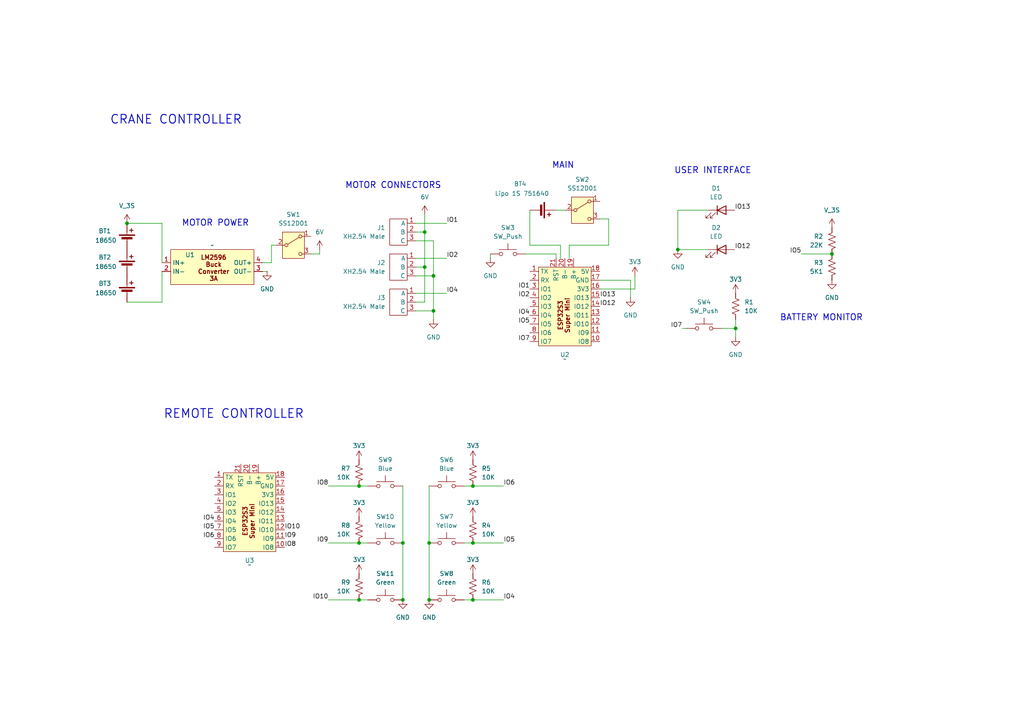
<source format=kicad_sch>
(kicad_sch (version 20250114) (generator "eeschema") (generator_version "9.0")
  (paper "A4")
  (title_block (title "CRANE CONTROLLER") (date "2025-11-07") (rev "v01") (company "Group 4") (comment 1 "Author: Hao Nhien"))
  (lib_symbols
    (symbol "Device:Battery_Cell" (pin_numbers (hide yes)) (pin_names (offset 0) (hide yes))
      (property "Reference" "BT" (at 2.54 2.54 0))
      (property "Value" "Battery_Cell" (at 2.54 0 0))
      (symbol "Battery_Cell_0_1"
        (rectangle (start -2.286 1.778) (end 2.286 1.524) (fill (type outline)))
        (rectangle (start -1.524 1.016) (end 1.524 0.508) (fill (type outline)))
        (polyline (pts (xy 0 1.778) (xy 0 2.54)))
        (polyline (pts (xy 0 0.762) (xy 0 0)))
        (polyline (pts (xy 0.762 3.048) (xy 1.778 3.048)) (stroke (width 0.254)))
        (polyline (pts (xy 1.27 3.556) (xy 1.27 2.54)) (stroke (width 0.254)))
      )
      (symbol "Battery_Cell_1_1"
        (pin passive line (at 0 5.08 270) (length 2.54) (name "+") (number "1"))
        (pin passive line (at 0 -2.54 90) (length 2.54) (name "-") (number "2"))
      )
    )
    (symbol "Device:LED" (pin_numbers (hide yes)) (pin_names (offset 1.016) (hide yes))
      (property "Reference" "D" (at 0 2.54 0))
      (property "Value" "LED" (at 0 -2.54 0))
      (symbol "LED_0_1"
        (polyline (pts (xy -3.048 -0.762) (xy -4.572 -2.286) (xy -3.81 -2.286) (xy -4.572 -2.286) (xy -4.572 -1.524)))
        (polyline (pts (xy -1.778 -0.762) (xy -3.302 -2.286) (xy -2.54 -2.286) (xy -3.302 -2.286) (xy -3.302 -1.524)))
        (polyline (pts (xy -1.27 0) (xy 1.27 0)))
        (polyline (pts (xy -1.27 -1.27) (xy -1.27 1.27)) (stroke (width 0.254)))
        (polyline (pts (xy 1.27 -1.27) (xy 1.27 1.27) (xy -1.27 0) (xy 1.27 -1.27)) (stroke (width 0.254)))
      )
      (symbol "LED_1_1"
        (pin passive line (at -3.81 0 0) (length 2.54) (name "K") (number "1"))
        (pin passive line (at 3.81 0 180) (length 2.54) (name "A") (number "2"))
      )
    )
    (symbol "Device:R_US" (pin_numbers (hide yes)) (pin_names (offset 0))
      (property "Reference" "R" (at 2.54 0 90))
      (property "Value" "R_US" (at -2.54 0 90))
      (symbol "R_US_0_1"
        (polyline (pts (xy 0 2.286) (xy 0 2.54)))
        (polyline (pts (xy 0 2.286) (xy 1.016 1.905) (xy 0 1.524) (xy -1.016 1.143) (xy 0 0.762)))
        (polyline (pts (xy 0 0.762) (xy 1.016 0.381) (xy 0 0) (xy -1.016 -0.381) (xy 0 -0.762)))
        (polyline (pts (xy 0 -0.762) (xy 1.016 -1.143) (xy 0 -1.524) (xy -1.016 -1.905) (xy 0 -2.286)))
        (polyline (pts (xy 0 -2.286) (xy 0 -2.54)))
      )
      (symbol "R_US_1_1"
        (pin passive line (at 0 3.81 270) (length 1.27) (name "~") (number "1"))
        (pin passive line (at 0 -3.81 90) (length 1.27) (name "~") (number "2"))
      )
    )
    (symbol "ESP32_modules:esp32s3_super_mini"
      (property "Reference" "U1" (at 0 -21.59 0))
      (property "Value" "~" (at 0 -22.86 0))
      (symbol "esp32s3_super_mini_1_0"
        (pin input line (at -10.16 0 0) (length 2.54) (name "RX") (number "2"))
        (pin input line (at -10.16 -2.54 0) (length 2.54) (name "IO1") (number "3"))
        (pin input line (at -10.16 -5.08 0) (length 2.54) (name "IO2") (number "4"))
        (pin input line (at -10.16 -7.62 0) (length 2.54) (name "IO3") (number "5"))
        (pin input line (at -10.16 -10.16 0) (length 2.54) (name "IO4") (number "6"))
        (pin input line (at -10.16 -12.7 0) (length 2.54) (name "IO5") (number "7"))
        (pin input line (at -10.16 -15.24 0) (length 2.54) (name "IO6") (number "8"))
        (pin input line (at -10.16 -17.78 0) (length 2.54) (name "IO7") (number "9"))
        (pin input line (at -2.54 6.35 270) (length 2.54) (name "RST") (number "21"))
        (pin input line (at 0 6.35 270) (length 2.54) (name "B-") (number "20"))
        (pin input line (at 2.54 6.35 270) (length 2.54) (name "B+") (number "19"))
        (pin input line (at 10.16 2.54 180) (length 2.54) (name "5V") (number "18"))
        (pin input line (at 10.16 0 180) (length 2.54) (name "GND") (number "17"))
        (pin input line (at 10.16 -2.54 180) (length 2.54) (name "3V3") (number "16"))
        (pin input line (at 10.16 -5.08 180) (length 2.54) (name "IO13") (number "15"))
        (pin input line (at 10.16 -7.62 180) (length 2.54) (name "IO12") (number "14"))
        (pin input line (at 10.16 -10.16 180) (length 2.54) (name "IO11") (number "13"))
        (pin input line (at 10.16 -12.7 180) (length 2.54) (name "IO10") (number "12"))
        (pin input line (at 10.16 -15.24 180) (length 2.54) (name "IO9") (number "11"))
        (pin input line (at 10.16 -17.78 180) (length 2.54) (name "IO8") (number "10"))
      )
      (symbol "esp32s3_super_mini_1_1"
        (rectangle (start -7.62 3.81) (end 7.62 -19.05) (fill (type background)))
        (text "ESP32S3\nSuper Mini" (at -0.254 -10.16 900) (effects (font (size 1.27 1.27) (thickness 0.254) (bold yes))))
        (pin input line (at -10.16 2.54 0) (length 2.54) (name "TX") (number "1"))
      )
    )
    (symbol "LM2596_Module:LM2596_Module"
      (property "Reference" "U" (at 0 6.096 0))
      (symbol "LM2596_Module_1_1"
        (rectangle (start -12.7 5.08) (end 11.43 -5.08) (fill (type background)))
        (text "LM2596\nBuck\nConverter\n3A" (at -0.254 -0.254 0) (effects (font (size 1.27 1.27) (thickness 0.254) (bold yes))))
        (pin input line (at -15.24 1.27 0) (length 2.54) (name "IN+") (number "1"))
        (pin input line (at -15.24 -1.27 0) (length 2.54) (name "IN-") (number "2"))
        (pin input line (at 13.97 1.27 180) (length 2.54) (name "OUT+") (number "4"))
        (pin input line (at 13.97 -1.27 180) (length 2.54) (name "OUT-") (number "3"))
      )
    )
    (symbol "Switch:SW_Push" (pin_numbers (hide yes)) (pin_names (offset 1.016) (hide yes))
      (property "Reference" "SW" (at 1.27 2.54 0))
      (property "Value" "SW_Push" (at 0 -1.524 0))
      (symbol "SW_Push_0_1"
        (circle (center -2.032 0) (radius 0.508))
        (polyline (pts (xy 0 1.27) (xy 0 3.048)))
        (circle (center 2.032 0) (radius 0.508))
        (polyline (pts (xy 2.54 1.27) (xy -2.54 1.27)))
        (pin passive line (at -5.08 0 0) (length 2.54) (name "1") (number "1"))
        (pin passive line (at 5.08 0 180) (length 2.54) (name "2") (number "2"))
      )
    )
    (symbol "Switch:SW_SPDT" (pin_names (offset 0) (hide yes))
      (property "Reference" "SW" (at 0 5.08 0))
      (property "Value" "SW_SPDT" (at 0 -5.08 0))
      (symbol "SW_SPDT_0_1"
        (circle (center -2.032 0) (radius 0.4572))
        (polyline (pts (xy -1.651 0.254) (xy 1.651 2.286)))
        (circle (center 2.032 2.54) (radius 0.4572))
        (circle (center 2.032 -2.54) (radius 0.4572))
      )
      (symbol "SW_SPDT_1_1"
        (rectangle (start -3.175 3.81) (end 3.175 -3.81) (fill (type background)))
        (pin passive line (at -5.08 0 0) (length 2.54) (name "B") (number "2"))
        (pin passive line (at 5.08 2.54 180) (length 2.54) (name "A") (number "1"))
        (pin passive line (at 5.08 -2.54 180) (length 2.54) (name "C") (number "3"))
      )
    )
    (symbol "XH_2p54:3P_male"
      (property "Reference" "J" (at 0 4.064 0))
      (symbol "3P_male_0_1"
        (rectangle (start -3.81 2.54) (end 3.81 -2.54))
      )
      (symbol "3P_male_1_1"
        (pin input line (at -2.54 -5.08 90) (length 2.54) (name "A") (number "1"))
        (pin input line (at 0 -5.08 90) (length 2.54) (name "B") (number "2"))
        (pin input line (at 2.54 -5.08 90) (length 2.54) (name "C") (number "3"))
      )
    )
    (symbol "power:GND" (power) (pin_numbers (hide yes)) (pin_names (offset 0) (hide yes))
      (property "Value" "GND" (at 0 -3.81 0))
      (symbol "GND_0_1"
        (polyline (pts (xy 0 0) (xy 0 -1.27) (xy 1.27 -1.27) (xy 0 -2.54) (xy -1.27 -1.27) (xy 0 -1.27)))
      )
      (symbol "GND_1_1"
        (pin power_in line (at 0 0 270) (length 0) (name "~") (number "1"))
      )
    )
    (symbol "power:VCC" (power) (pin_numbers (hide yes)) (pin_names (offset 0) (hide yes))
      (property "Value" "VCC" (at 0 3.556 0))
      (symbol "VCC_0_1"
        (polyline (pts (xy -0.762 1.27) (xy 0 2.54)))
        (polyline (pts (xy 0 2.54) (xy 0.762 1.27)))
        (polyline (pts (xy 0 0) (xy 0 2.54)))
      )
      (symbol "VCC_1_1"
        (pin power_in line (at 0 0 90) (length 0) (name "~") (number "1"))
      )
    )
  )
  (text "REMOTE CONTROLLER" (at 67.818 120.142 0) (effects (font (size 2.54 2.54) (thickness 0.254) (bold yes))))
  (text "CRANE CONTROLLER" (at 51.054 34.798 0) (effects (font (size 2.54 2.54) (thickness 0.254) (bold yes))))
  (text "MOTOR CONNECTORS" (at 114.046 53.848 0) (effects (font (size 1.778 1.778) (thickness 0.2223))))
  (text "MAIN" (at 163.322 48.006 0) (effects (font (size 1.778 1.778) (thickness 0.2223))))
  (text "BATTERY MONITOR" (at 238.252 92.202 0) (effects (font (size 1.778 1.778) (thickness 0.2223))))
  (text "USER INTERFACE" (at 206.756 49.53 0) (effects (font (size 1.778 1.778) (thickness 0.2223))))
  (text "MOTOR POWER" (at 62.484 64.77 0) (effects (font (size 1.778 1.778) (thickness 0.2223))))
  (junction (at 104.14 157.48))
  (junction (at 104.14 173.99))
  (junction (at 125.73 90.17))
  (junction (at 36.83 64.77))
  (junction (at 104.14 140.97))
  (junction (at 241.3 73.66))
  (junction (at 124.46 173.99))
  (junction (at 137.16 140.97))
  (junction (at 116.84 173.99))
  (junction (at 116.84 157.48))
  (junction (at 137.16 173.99))
  (junction (at 196.596 72.39))
  (junction (at 123.19 67.31))
  (junction (at 125.73 80.01))
  (junction (at 124.46 157.48))
  (junction (at 213.36 95.25))
  (junction (at 123.19 77.47))
  (junction (at 137.16 157.48))
  (wire (pts (xy 90.17 73.66) (xy 92.71 73.66)))
  (wire (pts (xy 116.84 140.97) (xy 116.84 157.48)))
  (wire (pts (xy 76.2 76.2) (xy 78.74 76.2)))
  (wire (pts (xy 120.65 90.17) (xy 125.73 90.17)))
  (wire (pts (xy 92.71 73.66) (xy 92.71 72.39)))
  (wire (pts (xy 125.73 90.17) (xy 125.73 92.71)))
  (wire (pts (xy 146.05 173.99) (xy 137.16 173.99)))
  (wire (pts (xy 184.15 83.82) (xy 184.15 80.01)))
  (wire (pts (xy 120.65 77.47) (xy 123.19 77.47)))
  (wire (pts (xy 142.24 73.66) (xy 142.24 74.93)))
  (wire (pts (xy 120.65 69.85) (xy 125.73 69.85)))
  (wire (pts (xy 120.65 80.01) (xy 125.73 80.01)))
  (wire (pts (xy 120.65 67.31) (xy 123.19 67.31)))
  (wire (pts (xy 161.29 73.66) (xy 161.29 74.93)))
  (wire (pts (xy 104.14 140.97) (xy 106.68 140.97)))
  (wire (pts (xy 125.73 80.01) (xy 125.73 90.17)))
  (wire (pts (xy 36.83 64.77) (xy 46.99 64.77)))
  (wire (pts (xy 137.16 173.99) (xy 134.62 173.99)))
  (wire (pts (xy 161.29 60.96) (xy 163.83 60.96)))
  (wire (pts (xy 95.25 140.97) (xy 104.14 140.97)))
  (wire (pts (xy 146.05 140.97) (xy 137.16 140.97)))
  (wire (pts (xy 213.36 95.25) (xy 213.36 97.79)))
  (wire (pts (xy 78.74 71.12) (xy 78.74 76.2)))
  (wire (pts (xy 197.866 95.25) (xy 199.136 95.25)))
  (wire (pts (xy 124.46 140.97) (xy 124.46 157.48)))
  (wire (pts (xy 137.16 157.48) (xy 134.62 157.48)))
  (wire (pts (xy 162.56 71.12) (xy 162.56 74.93)))
  (wire (pts (xy 182.88 81.28) (xy 182.88 86.36)))
  (wire (pts (xy 104.14 157.48) (xy 106.68 157.48)))
  (wire (pts (xy 137.16 140.97) (xy 134.62 140.97)))
  (wire (pts (xy 213.36 95.25) (xy 209.296 95.25)))
  (wire (pts (xy 129.54 85.09) (xy 120.65 85.09)))
  (wire (pts (xy 173.99 81.28) (xy 182.88 81.28)))
  (wire (pts (xy 95.25 173.99) (xy 104.14 173.99)))
  (wire (pts (xy 95.25 157.48) (xy 104.14 157.48)))
  (wire (pts (xy 76.2 78.74) (xy 77.47 78.74)))
  (wire (pts (xy 165.1 71.12) (xy 165.1 74.93)))
  (wire (pts (xy 129.54 74.93) (xy 120.65 74.93)))
  (wire (pts (xy 125.73 69.85) (xy 125.73 80.01)))
  (wire (pts (xy 176.53 63.5) (xy 176.53 71.12)))
  (wire (pts (xy 205.486 60.96) (xy 196.596 60.96)))
  (wire (pts (xy 78.74 71.12) (xy 80.01 71.12)))
  (wire (pts (xy 152.4 73.66) (xy 161.29 73.66)))
  (wire (pts (xy 104.14 173.99) (xy 106.68 173.99)))
  (wire (pts (xy 124.46 157.48) (xy 124.46 173.99)))
  (wire (pts (xy 165.1 71.12) (xy 176.53 71.12)))
  (wire (pts (xy 123.19 77.47) (xy 123.19 67.31)))
  (wire (pts (xy 176.53 63.5) (xy 173.99 63.5)))
  (wire (pts (xy 46.99 78.74) (xy 46.99 87.63)))
  (wire (pts (xy 146.05 157.48) (xy 137.16 157.48)))
  (wire (pts (xy 213.36 92.71) (xy 213.36 95.25)))
  (wire (pts (xy 116.84 157.48) (xy 116.84 173.99)))
  (wire (pts (xy 196.596 60.96) (xy 196.596 72.39)))
  (wire (pts (xy 173.99 83.82) (xy 184.15 83.82)))
  (wire (pts (xy 120.65 87.63) (xy 123.19 87.63)))
  (wire (pts (xy 123.19 67.31) (xy 123.19 62.23)))
  (wire (pts (xy 196.596 72.39) (xy 205.486 72.39)))
  (wire (pts (xy 129.54 64.77) (xy 120.65 64.77)))
  (wire (pts (xy 123.19 87.63) (xy 123.19 77.47)))
  (wire (pts (xy 153.67 71.12) (xy 162.56 71.12)))
  (wire (pts (xy 153.67 60.96) (xy 153.67 71.12)))
  (wire (pts (xy 232.41 73.66) (xy 241.3 73.66)))
  (wire (pts (xy 46.99 64.77) (xy 46.99 76.2)))
  (wire (pts (xy 36.83 87.63) (xy 46.99 87.63)))
  (label "IO1" (at 153.67 83.82 180))
  (label "IO13" (at 173.99 86.36 0))
  (label "IO4" (at 62.23 151.13 180))
  (label "IO5" (at 153.67 93.98 180))
  (label "IO12" (at 213.106 72.39 0))
  (label "IO7" (at 197.866 95.25 180))
  (label "IO7" (at 153.67 99.06 180))
  (label "IO5" (at 146.05 157.48 0))
  (label "IO10" (at 95.25 173.99 180))
  (label "IO2" (at 129.54 74.93 0))
  (label "IO10" (at 82.55 153.67 0))
  (label "IO2" (at 153.67 86.36 180))
  (label "IO8" (at 82.55 158.75 0))
  (label "IO6" (at 146.05 140.97 0))
  (label "IO9" (at 95.25 157.48 180))
  (label "IO5" (at 232.41 73.66 180))
  (label "IO13" (at 213.106 60.96 0))
  (label "IO4" (at 146.05 173.99 0))
  (label "IO8" (at 95.25 140.97 180))
  (label "IO4" (at 153.67 91.44 180))
  (label "IO5" (at 62.23 153.67 180))
  (label "IO12" (at 173.99 88.9 0))
  (label "IO1" (at 129.54 64.77 0))
  (label "IO4" (at 129.54 85.09 0))
  (label "IO6" (at 62.23 156.21 180))
  (label "IO9" (at 82.55 156.21 0))
  (symbol (lib_id "power:GND") (at 124.46 173.99 0) (unit 1)
    (property "Reference" "#PWR022" (effects (hide yes)))
    (property "Value" "GND" (at 124.46 179.07 0))
    (property "Description" "Power symbol creates a global label with name \"GND\" , ground" (effects (hide yes)))
  )
  (symbol (lib_id "Device:R_US") (at 137.16 137.16 0) (unit 1)
    (property "Reference" "R5" (at 139.7 135.8899 0) (effects (justify left)))
    (property "Value" "10K" (at 139.7 138.4299 0) (effects (justify left)))
    (property "Description" "Resistor, US symbol" (effects (hide yes)))
  )
  (symbol (lib_id "Switch:SW_SPDT") (at 168.91 60.96 0) (unit 1)
    (property "Reference" "SW2" (at 168.91 52.07 0))
    (property "Value" "SS12D01" (at 168.91 54.61 0))
    (property "Description" "Switch, single pole double throw" (effects (hide yes)))
  )
  (symbol (lib_id "Switch:SW_Push") (at 111.76 140.97 0) (mirror y) (unit 1)
    (property "Reference" "SW9" (at 111.76 133.35 0))
    (property "Value" "Blue" (at 111.76 135.89 0))
    (property "Description" "Push button switch, generic, two pins" (effects (hide yes)))
  )
  (symbol (lib_id "Switch:SW_Push") (at 147.32 73.66 0) (unit 1)
    (property "Reference" "SW3" (at 147.32 66.04 0))
    (property "Value" "SW_Push" (at 147.32 68.58 0))
    (property "Description" "Push button switch, generic, two pins" (effects (hide yes)))
  )
  (symbol (lib_id "Device:R_US") (at 241.3 69.85 0) (mirror y) (unit 1)
    (property "Reference" "R2" (at 238.76 68.5799 0) (effects (justify left)))
    (property "Value" "22K" (at 238.76 71.1199 0) (effects (justify left)))
    (property "Description" "Resistor, US symbol" (effects (hide yes)))
  )
  (symbol (lib_id "power:GND") (at 196.596 72.39 0) (unit 1)
    (property "Reference" "#PWR04" (effects (hide yes)))
    (property "Value" "GND" (at 196.596 77.47 0))
    (property "Description" "Power symbol creates a global label with name \"GND\" , ground" (effects (hide yes)))
  )
  (symbol (lib_id "Switch:SW_Push") (at 129.54 157.48 0) (unit 1)
    (property "Reference" "SW7" (at 129.54 149.86 0))
    (property "Value" "Yellow" (at 129.54 152.4 0))
    (property "Description" "Push button switch, generic, two pins" (effects (hide yes)))
  )
  (symbol (lib_id "Device:Battery_Cell") (at 36.83 85.09 0) (unit 1)
    (property "Reference" "BT3" (at 28.575 82.2326 0) (effects (justify left)))
    (property "Value" "18650" (at 27.559 84.963 0) (effects (justify left)))
    (property "Description" "Single-cell battery" (effects (hide yes)))
  )
  (symbol (lib_id "Device:Battery_Cell") (at 36.83 77.47 0) (unit 1)
    (property "Reference" "BT2" (at 28.575 74.6126 0) (effects (justify left)))
    (property "Value" "18650" (at 27.559 77.343 0) (effects (justify left)))
    (property "Description" "Single-cell battery" (effects (hide yes)))
  )
  (symbol (lib_id "power:GND") (at 182.88 86.36 0) (unit 1)
    (property "Reference" "#PWR09" (effects (hide yes)))
    (property "Value" "GND" (at 182.88 91.44 0))
    (property "Description" "Power symbol creates a global label with name \"GND\" , ground" (effects (hide yes)))
  )
  (symbol (lib_id "Device:R_US") (at 241.3 77.47 0) (mirror y) (unit 1)
    (property "Reference" "R3" (at 238.76 76.1999 0) (effects (justify left)))
    (property "Value" "5K1" (at 238.76 78.7399 0) (effects (justify left)))
    (property "Description" "Resistor, US symbol" (effects (hide yes)))
  )
  (symbol (lib_id "power:VCC") (at 137.16 166.37 0) (unit 1)
    (property "Reference" "#PWR018" (effects (hide yes)))
    (property "Value" "3V3" (at 137.16 162.306 0))
    (property "Description" "Power symbol creates a global label with name \"VCC\"" (effects (hide yes)))
  )
  (symbol (lib_id "Device:Battery_Cell") (at 36.83 69.85 0) (unit 1)
    (property "Reference" "BT1" (at 28.575 66.9926 0) (effects (justify left)))
    (property "Value" "18650" (at 27.559 69.723 0) (effects (justify left)))
    (property "Description" "Single-cell battery" (effects (hide yes)))
  )
  (symbol (lib_id "ESP32_modules:esp32s3_super_mini") (at 72.39 140.97 0) (unit 1)
    (property "Reference" "U3" (at 72.39 162.56 0))
    (property "Value" "~" (at 72.39 163.83 0))
    (property "Footprint" "ESP32_modules:esp32s3_super_mini" (effects (hide yes)))
  )
  (symbol (lib_id "power:GND") (at 116.84 173.99 0) (mirror y) (unit 1)
    (property "Reference" "#PWR016" (effects (hide yes)))
    (property "Value" "GND" (at 116.84 179.07 0))
    (property "Description" "Power symbol creates a global label with name \"GND\" , ground" (effects (hide yes)))
  )
  (symbol (lib_id "power:VCC") (at 92.71 72.39 0) (unit 1)
    (property "Reference" "#PWR02" (effects (hide yes)))
    (property "Value" "6V" (at 92.71 67.31 0))
    (property "Description" "Power symbol creates a global label with name \"VCC\"" (effects (hide yes)))
  )
  (symbol (lib_id "power:GND") (at 241.3 81.28 0) (mirror y) (unit 1)
    (property "Reference" "#PWR013" (effects (hide yes)))
    (property "Value" "GND" (at 241.3 86.36 0))
    (property "Description" "Power symbol creates a global label with name \"GND\" , ground" (effects (hide yes)))
  )
  (symbol (lib_id "power:GND") (at 213.36 97.79 0) (mirror y) (unit 1)
    (property "Reference" "#PWR011" (effects (hide yes)))
    (property "Value" "GND" (at 213.36 102.87 0))
    (property "Description" "Power symbol creates a global label with name \"GND\" , ground" (effects (hide yes)))
  )
  (symbol (lib_id "XH_2p54:3P_male") (at 115.57 67.31 90) (mirror x) (unit 1)
    (property "Reference" "J1" (at 111.76 66.0399 90) (effects (justify left)))
    (property "Value" "XH2.54 Male" (at 111.76 68.5799 90) (effects (justify left)))
    (property "Footprint" "XH_2p54:XH_2p54_3P_male" (effects (hide yes)))
  )
  (symbol (lib_id "ESP32_modules:esp32s3_super_mini") (at 163.83 81.28 0) (unit 1)
    (property "Reference" "U2" (at 163.83 102.87 0))
    (property "Value" "~" (at 163.83 104.14 0))
    (property "Footprint" "ESP32_modules:esp32s3_super_mini" (effects (hide yes)))
  )
  (symbol (lib_id "power:GND") (at 142.24 74.93 0) (unit 1)
    (property "Reference" "#PWR06" (effects (hide yes)))
    (property "Value" "GND" (at 142.24 80.01 0))
    (property "Description" "Power symbol creates a global label with name \"GND\" , ground" (effects (hide yes)))
  )
  (symbol (lib_id "power:VCC") (at 36.83 64.77 0) (unit 1)
    (property "Reference" "#PWR01" (effects (hide yes)))
    (property "Value" "V_3S" (at 36.83 59.69 0))
    (property "Description" "Power symbol creates a global label with name \"VCC\"" (effects (hide yes)))
  )
  (symbol (lib_id "Device:Battery_Cell") (at 156.21 60.96 270) (unit 1)
    (property "Reference" "BT4" (at 150.876 53.34 90))
    (property "Value" "Lipo 1S 751640" (at 151.384 56.134 90))
    (property "Description" "Single-cell battery" (effects (hide yes)))
  )
  (symbol (lib_id "Device:R_US") (at 104.14 137.16 0) (mirror y) (unit 1)
    (property "Reference" "R7" (at 101.6 135.8899 0) (effects (justify left)))
    (property "Value" "10K" (at 101.6 138.4299 0) (effects (justify left)))
    (property "Description" "Resistor, US symbol" (effects (hide yes)))
  )
  (symbol (lib_id "Switch:SW_Push") (at 204.216 95.25 0) (mirror y) (unit 1)
    (property "Reference" "SW4" (at 204.216 87.63 0))
    (property "Value" "SW_Push" (at 204.216 90.17 0))
    (property "Description" "Push button switch, generic, two pins" (effects (hide yes)))
  )
  (symbol (lib_id "power:VCC") (at 123.19 62.23 0) (unit 1)
    (property "Reference" "#PWR05" (effects (hide yes)))
    (property "Value" "6V" (at 123.19 57.15 0))
    (property "Description" "Power symbol creates a global label with name \"VCC\"" (effects (hide yes)))
  )
  (symbol (lib_id "Switch:SW_Push") (at 111.76 173.99 0) (mirror y) (unit 1)
    (property "Reference" "SW11" (at 111.76 166.37 0))
    (property "Value" "Green" (at 111.76 168.91 0))
    (property "Description" "Push button switch, generic, two pins" (effects (hide yes)))
  )
  (symbol (lib_id "power:GND") (at 125.73 92.71 0) (mirror y) (unit 1)
    (property "Reference" "#PWR012" (effects (hide yes)))
    (property "Value" "GND" (at 125.73 97.79 0))
    (property "Description" "Power symbol creates a global label with name \"GND\" , ground" (effects (hide yes)))
  )
  (symbol (lib_id "power:VCC") (at 137.16 133.35 0) (unit 1)
    (property "Reference" "#PWR017" (effects (hide yes)))
    (property "Value" "3V3" (at 137.16 129.286 0))
    (property "Description" "Power symbol creates a global label with name \"VCC\"" (effects (hide yes)))
  )
  (symbol (lib_id "LM2596_Module:LM2596_Module") (at 62.23 77.47 0) (unit 1)
    (property "Reference" "U1" (at 55.118 73.914 0))
    (property "Value" "~" (at 61.595 71.12 0))
    (property "Footprint" "LM2596_Module:LM2596_Module" (effects (hide yes)))
  )
  (symbol (lib_id "Device:R_US") (at 104.14 170.18 0) (mirror y) (unit 1)
    (property "Reference" "R9" (at 101.6 168.9099 0) (effects (justify left)))
    (property "Value" "10K" (at 101.6 171.4499 0) (effects (justify left)))
    (property "Description" "Resistor, US symbol" (effects (hide yes)))
  )
  (symbol (lib_id "power:VCC") (at 213.36 85.09 0) (mirror y) (unit 1)
    (property "Reference" "#PWR08" (effects (hide yes)))
    (property "Value" "3V3" (at 213.36 81.026 0))
    (property "Description" "Power symbol creates a global label with name \"VCC\"" (effects (hide yes)))
  )
  (symbol (lib_id "Switch:SW_Push") (at 111.76 157.48 0) (mirror y) (unit 1)
    (property "Reference" "SW10" (at 111.76 149.86 0))
    (property "Value" "Yellow" (at 111.76 152.4 0))
    (property "Description" "Push button switch, generic, two pins" (effects (hide yes)))
  )
  (symbol (lib_id "XH_2p54:3P_male") (at 115.57 87.63 90) (mirror x) (unit 1)
    (property "Reference" "J3" (at 111.76 86.3599 90) (effects (justify left)))
    (property "Value" "XH2.54 Male" (at 111.76 88.8999 90) (effects (justify left)))
    (property "Footprint" "XH_2p54:XH_2p54_3P_male" (effects (hide yes)))
  )
  (symbol (lib_id "power:GND") (at 77.47 78.74 0) (unit 1)
    (property "Reference" "#PWR03" (effects (hide yes)))
    (property "Value" "GND" (at 77.47 83.82 0))
    (property "Description" "Power symbol creates a global label with name \"GND\" , ground" (effects (hide yes)))
  )
  (symbol (lib_id "XH_2p54:3P_male") (at 115.57 77.47 90) (mirror x) (unit 1)
    (property "Reference" "J2" (at 111.76 76.1999 90) (effects (justify left)))
    (property "Value" "XH2.54 Male" (at 111.76 78.7399 90) (effects (justify left)))
    (property "Footprint" "XH_2p54:XH_2p54_3P_male" (effects (hide yes)))
  )
  (symbol (lib_id "Device:R_US") (at 104.14 153.67 0) (mirror y) (unit 1)
    (property "Reference" "R8" (at 101.6 152.3999 0) (effects (justify left)))
    (property "Value" "10K" (at 101.6 154.9399 0) (effects (justify left)))
    (property "Description" "Resistor, US symbol" (effects (hide yes)))
  )
  (symbol (lib_id "Switch:SW_SPDT") (at 85.09 71.12 0) (unit 1)
    (property "Reference" "SW1" (at 85.09 62.23 0))
    (property "Value" "SS12D01" (at 85.09 64.77 0))
    (property "Description" "Switch, single pole double throw" (effects (hide yes)))
  )
  (symbol (lib_id "Device:LED") (at 209.296 60.96 0) (unit 1)
    (property "Reference" "D1" (at 207.7085 54.61 0))
    (property "Value" "LED" (at 207.7085 57.15 0))
    (property "Description" "Light emitting diode" (effects (hide yes)))
    (property "Sim.Pins" "1=K 2=A" (effects (hide yes)))
  )
  (symbol (lib_id "power:VCC") (at 184.15 80.01 0) (unit 1)
    (property "Reference" "#PWR07" (effects (hide yes)))
    (property "Value" "3V3" (at 184.15 75.946 0))
    (property "Description" "Power symbol creates a global label with name \"VCC\"" (effects (hide yes)))
  )
  (symbol (lib_id "Switch:SW_Push") (at 129.54 173.99 0) (unit 1)
    (property "Reference" "SW8" (at 129.54 166.37 0))
    (property "Value" "Green" (at 129.54 168.91 0))
    (property "Description" "Push button switch, generic, two pins" (effects (hide yes)))
  )
  (symbol (lib_id "power:VCC") (at 241.3 66.04 0) (unit 1)
    (property "Reference" "#PWR010" (effects (hide yes)))
    (property "Value" "V_3S" (at 241.3 60.96 0))
    (property "Description" "Power symbol creates a global label with name \"VCC\"" (effects (hide yes)))
  )
  (symbol (lib_id "Device:LED") (at 209.296 72.39 0) (unit 1)
    (property "Reference" "D2" (at 207.7085 66.04 0))
    (property "Value" "LED" (at 207.7085 68.58 0))
    (property "Description" "Light emitting diode" (effects (hide yes)))
    (property "Sim.Pins" "1=K 2=A" (effects (hide yes)))
  )
  (symbol (lib_id "power:VCC") (at 104.14 166.37 0) (mirror y) (unit 1)
    (property "Reference" "#PWR021" (effects (hide yes)))
    (property "Value" "3V3" (at 104.14 162.306 0))
    (property "Description" "Power symbol creates a global label with name \"VCC\"" (effects (hide yes)))
  )
  (symbol (lib_id "power:VCC") (at 137.16 149.86 0) (unit 1)
    (property "Reference" "#PWR015" (effects (hide yes)))
    (property "Value" "3V3" (at 137.16 145.796 0))
    (property "Description" "Power symbol creates a global label with name \"VCC\"" (effects (hide yes)))
  )
  (symbol (lib_id "Switch:SW_Push") (at 129.54 140.97 0) (unit 1)
    (property "Reference" "SW6" (at 129.54 133.35 0))
    (property "Value" "Blue" (at 129.54 135.89 0))
    (property "Description" "Push button switch, generic, two pins" (effects (hide yes)))
  )
  (symbol (lib_id "Device:R_US") (at 137.16 170.18 0) (unit 1)
    (property "Reference" "R6" (at 139.7 168.9099 0) (effects (justify left)))
    (property "Value" "10K" (at 139.7 171.4499 0) (effects (justify left)))
    (property "Description" "Resistor, US symbol" (effects (hide yes)))
  )
  (symbol (lib_id "Device:R_US") (at 137.16 153.67 0) (unit 1)
    (property "Reference" "R4" (at 139.7 152.3999 0) (effects (justify left)))
    (property "Value" "10K" (at 139.7 154.9399 0) (effects (justify left)))
    (property "Description" "Resistor, US symbol" (effects (hide yes)))
  )
  (symbol (lib_id "power:VCC") (at 104.14 133.35 0) (mirror y) (unit 1)
    (property "Reference" "#PWR019" (effects (hide yes)))
    (property "Value" "3V3" (at 104.14 129.286 0))
    (property "Description" "Power symbol creates a global label with name \"VCC\"" (effects (hide yes)))
  )
  (symbol (lib_id "Device:R_US") (at 213.36 88.9 0) (unit 1)
    (property "Reference" "R1" (at 215.9 87.6299 0) (effects (justify left)))
    (property "Value" "10K" (at 215.9 90.1699 0) (effects (justify left)))
    (property "Description" "Resistor, US symbol" (effects (hide yes)))
  )
  (symbol (lib_id "power:VCC") (at 104.14 149.86 0) (mirror y) (unit 1)
    (property "Reference" "#PWR020" (effects (hide yes)))
    (property "Value" "3V3" (at 104.14 145.796 0))
    (property "Description" "Power symbol creates a global label with name \"VCC\"" (effects (hide yes)))
  )
)
</source>
